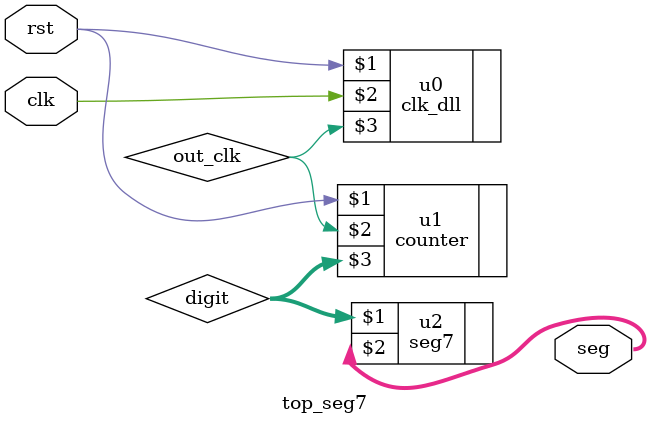
<source format=v>
module top_seg7(rst, clk, seg);
  input  rst, clk;

  output[6:0] seg;

  wire[3:0] digit;
  wire out_clk;
  
  // 50MHz -> 1Hz  divide
  clk_dll u0(rst, clk, out_clk); 
  
  // counter 
  counter u1(rst, out_clk, digit); 
   
  // 7-segment decoder   
  seg7 u2(digit, seg);
  
endmodule

</source>
